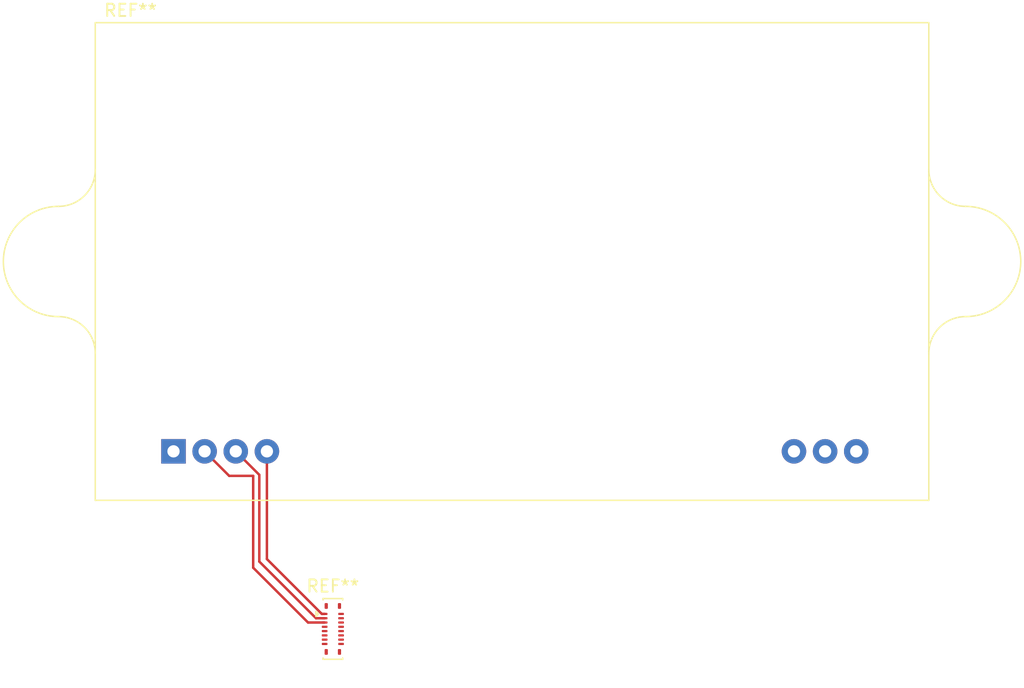
<source format=kicad_pcb>
(kicad_pcb (version 20241229) (generator "pcbnew") (generator_version "9.0")
  (layers (0 "F.Cu" signal) (2 "B.Cu" signal) (13 "F.Paste" user) (15 "B.Paste" user) (5 "F.SilkS" user "F.Silkscreen") (7 "B.SilkS" user "B.Silkscreen") (1 "F.Mask" user) (3 "B.Mask" user) (25 "Edge.Cuts" user))
  (net 0 "")
  (footprint "Connector_Hirose:Hirose_BM23FR0.6-16DP-0.35V_2x08_1MP_Vertical" (layer "F.Cu") (at 92.5 78.5)
    (property "Reference" "REF**" (at 0 -3.5 0) (layer "F.SilkS"))
    (property "Value" "Hirose_BM23FR0.6-16DP-0.35V_2x08_1MP_Vertical")
    (fp_line (start -1.38 -1.425) (end -1.38 -1.025) (stroke (width 0.12)) (layer "F.SilkS"))
    (fp_line (start -1.16 -1.225) (end -1.38 -1.425) (stroke (width 0.12)) (layer "F.SilkS"))
    (fp_line (start -1.16 -1.225) (end -1.38 -1.025) (stroke (width 0.12)) (layer "F.SilkS"))
    (fp_line (start -0.8 -2.48) (end -0.8 -2.37) (stroke (width 0.12)) (layer "F.SilkS"))
    (fp_line (start -0.8 -2.48) (end 0.8 -2.48) (stroke (width 0.12)) (layer "F.SilkS"))
    (fp_line (start -0.8 2.37) (end -0.8 2.48) (stroke (width 0.12)) (layer "F.SilkS"))
    (fp_line (start -0.8 2.48) (end 0.8 2.48) (stroke (width 0.12)) (layer "F.SilkS"))
    (fp_line (start 0.8 -2.37) (end 0.8 -2.48) (stroke (width 0.12)) (layer "F.SilkS"))
    (fp_line (start 0.8 2.48) (end 0.8 2.37) (stroke (width 0.12)) (layer "F.SilkS"))
    (pad "1" smd roundrect (at -0.67 -1.225 90) (size 0.18 0.46) (layers "F.Cu" "F.Mask" "F.Paste"))
    (pad "2" smd roundrect (at 0.67 -1.225 90) (size 0.18 0.46) (layers "F.Cu" "F.Mask" "F.Paste"))
    (pad "3" smd roundrect (at -0.67 -0.875 90) (size 0.18 0.46) (layers "F.Cu" "F.Mask" "F.Paste"))
    (pad "4" smd roundrect (at 0.67 -0.875 90) (size 0.18 0.46) (layers "F.Cu" "F.Mask" "F.Paste"))
    (pad "5" smd roundrect (at -0.67 -0.525 90) (size 0.18 0.46) (layers "F.Cu" "F.Mask" "F.Paste"))
    (pad "6" smd roundrect (at 0.67 -0.525 90) (size 0.18 0.46) (layers "F.Cu" "F.Mask" "F.Paste"))
    (pad "7" smd roundrect (at -0.67 -0.175 90) (size 0.18 0.46) (layers "F.Cu" "F.Mask" "F.Paste"))
    (pad "8" smd roundrect (at 0.67 -0.175 90) (size 0.18 0.46) (layers "F.Cu" "F.Mask" "F.Paste"))
    (pad "9" smd roundrect (at -0.67 0.175 90) (size 0.18 0.46) (layers "F.Cu" "F.Mask" "F.Paste"))
    (pad "10" smd roundrect (at 0.67 0.175 90) (size 0.18 0.46) (layers "F.Cu" "F.Mask" "F.Paste"))
    (pad "11" smd roundrect (at -0.67 0.525 90) (size 0.18 0.46) (layers "F.Cu" "F.Mask" "F.Paste"))
    (pad "12" smd roundrect (at 0.67 0.525 90) (size 0.18 0.46) (layers "F.Cu" "F.Mask" "F.Paste"))
    (pad "13" smd roundrect (at -0.67 0.875 90) (size 0.18 0.46) (layers "F.Cu" "F.Mask" "F.Paste"))
    (pad "14" smd roundrect (at 0.67 0.875 90) (size 0.18 0.46) (layers "F.Cu" "F.Mask" "F.Paste"))
    (pad "15" smd roundrect (at -0.67 1.225 90) (size 0.18 0.46) (layers "F.Cu" "F.Mask" "F.Paste"))
    (pad "16" smd roundrect (at 0.67 1.225 90) (size 0.18 0.46) (layers "F.Cu" "F.Mask" "F.Paste"))
    (pad "MP" smd roundrect (at -0.54 -1.875 90) (size 0.47 0.26) (layers "F.Cu" "F.Mask" "F.Paste"))
    (pad "MP" smd roundrect (at -0.54 1.875 90) (size 0.47 0.26) (layers "F.Cu" "F.Mask" "F.Paste"))
    (pad "MP" smd roundrect (at 0.54 -1.875 90) (size 0.47 0.26) (layers "F.Cu" "F.Mask" "F.Paste"))
    (pad "MP" smd roundrect (at 0.54 1.875 90) (size 0.47 0.26) (layers "F.Cu" "F.Mask" "F.Paste"))
  )
  (footprint "Audio_Module:Reverb_BTDR-1H" (layer "F.Cu") (at 79.5 64)
    (property "Reference" "REF**" (at -3.5 -36 0) (layer "F.SilkS"))
    (property "Value" "Reverb_BTDR-1H")
    (fp_line (start -6.38 -35) (end 61.62 -35) (stroke (width 0.12)) (layer "F.SilkS"))
    (fp_line (start -6.38 -15.5) (end -6.38 -35) (stroke (width 0.12)) (layer "F.SilkS"))
    (fp_line (start -6.38 -15.5) (end -6.38 4) (stroke (width 0.12)) (layer "F.SilkS"))
    (fp_line (start -6.38 4) (end 61.62 4) (stroke (width 0.12)) (layer "F.SilkS"))
    (fp_line (start 61.62 -35) (end 61.62 4) (stroke (width 0.12)) (layer "F.SilkS"))
    (fp_arc (start -9.38 -11) (mid -13.88 -15.5) (end -9.38 -20) (stroke (width 0.12)) (layer "F.SilkS"))
    (fp_arc (start -9.38 -11) (mid -7.25868 -10.12132) (end -6.38 -8) (stroke (width 0.12)) (layer "F.SilkS"))
    (fp_arc (start -6.38 -23) (mid -7.25868 -20.87868) (end -9.38 -20) (stroke (width 0.12)) (layer "F.SilkS"))
    (fp_arc (start 61.62 -8) (mid 62.49868 -10.12132) (end 64.62 -11) (stroke (width 0.12)) (layer "F.SilkS"))
    (fp_arc (start 64.62 -20) (mid 62.49868 -20.87868) (end 61.62 -23) (stroke (width 0.12)) (layer "F.SilkS"))
    (fp_arc (start 64.62 -20) (mid 69.12 -15.5) (end 64.62 -11) (stroke (width 0.12)) (layer "F.SilkS"))
    (fp_circle (center -9.38 -15.5) (end -7.63 -15.5) (stroke (width 0.12)) (fill no) (layer "F.SilkS"))
    (fp_circle (center 64.62 -15.5) (end 66.37 -15.5) (stroke (width 0.12)) (fill no) (layer "F.SilkS"))
    (pad "" np_thru_hole circle (at -9.38 -15.5) (size 3.7 3.7) (drill 3.7) (layers "*.Cu" "*.Mask"))
    (pad "" np_thru_hole circle (at 64.62 -15.5) (size 3.7 3.7) (drill 3.7) (layers "*.Cu" "*.Mask"))
    (pad "1" thru_hole rect (at 0 0) (size 2 2) (drill 1) (layers "*.Cu" "*.Mask"))
    (pad "2" thru_hole circle (at 2.54 0) (size 2 2) (drill 1) (layers "*.Cu" "*.Mask"))
    (pad "3" thru_hole circle (at 5.08 0) (size 2 2) (drill 1) (layers "*.Cu" "*.Mask"))
    (pad "4" thru_hole circle (at 7.62 0) (size 2 2) (drill 1) (layers "*.Cu" "*.Mask"))
    (pad "5" thru_hole circle (at 50.62 0) (size 2 2) (drill 1) (layers "*.Cu" "*.Mask"))
    (pad "6" thru_hole circle (at 53.16 0) (size 2 2) (drill 1) (layers "*.Cu" "*.Mask"))
    (pad "7" thru_hole circle (at 55.7 0) (size 2 2) (drill 1) (layers "*.Cu" "*.Mask"))
  )
  (segment (start 86 73.5) (end 90.475 77.975) (width 0.2) (layer "F.Cu") (net 0))
  (segment (start 87.12 64) (end 87.12 72.794999) (width 0.2) (layer "F.Cu") (net 0))
  (segment (start 86.5 65.92) (end 86.5 73) (width 0.2) (layer "F.Cu") (net 0))
  (segment (start 84.04 66) (end 86 66) (width 0.2) (layer "F.Cu") (net 0))
  (segment (start 82.04 64) (end 84.04 66) (width 0.2) (layer "F.Cu") (net 0))
  (segment (start 84.58 64) (end 86.5 65.92) (width 0.2) (layer "F.Cu") (net 0))
  (segment (start 91.600001 77.275) (end 91.83 77.275) (width 0.2) (layer "F.Cu") (net 0))
  (segment (start 87.12 72.794999) (end 91.600001 77.275) (width 0.2) (layer "F.Cu") (net 0))
  (segment (start 90.475 77.975) (end 91.83 77.975) (width 0.2) (layer "F.Cu") (net 0))
  (segment (start 86.5 73) (end 91.125 77.625) (width 0.2) (layer "F.Cu") (net 0))
  (segment (start 91.125 77.625) (end 91.83 77.625) (width 0.2) (layer "F.Cu") (net 0))
  (segment (start 86 66) (end 86 73.5) (width 0.2) (layer "F.Cu") (net 0))
)
</source>
